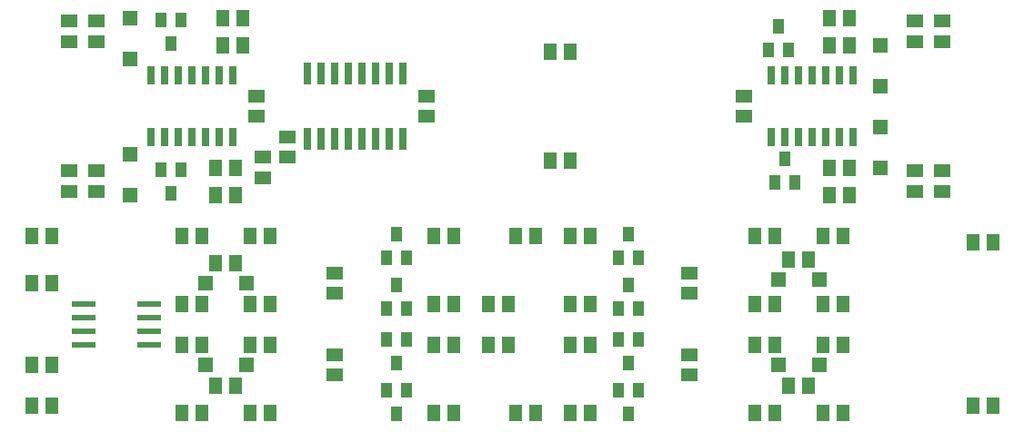
<source format=gtp>
G75*
%MOIN*%
%OFA0B0*%
%FSLAX25Y25*%
%IPPOS*%
%LPD*%
%AMOC8*
5,1,8,0,0,1.08239X$1,22.5*
%
%ADD10R,0.05118X0.05906*%
%ADD11R,0.02600X0.08000*%
%ADD12R,0.05906X0.05118*%
%ADD13R,0.03937X0.05512*%
%ADD14R,0.05512X0.05512*%
%ADD15R,0.02600X0.06500*%
%ADD16R,0.08661X0.02362*%
D10*
X0078060Y0083933D03*
X0085540Y0083933D03*
X0090560Y0093933D03*
X0098040Y0093933D03*
X0103060Y0083933D03*
X0110540Y0083933D03*
X0110540Y0108933D03*
X0103060Y0108933D03*
X0085540Y0108933D03*
X0078060Y0108933D03*
X0078060Y0123933D03*
X0085540Y0123933D03*
X0103060Y0123933D03*
X0110540Y0123933D03*
X0098040Y0138933D03*
X0090560Y0138933D03*
X0085540Y0148933D03*
X0078060Y0148933D03*
X0090560Y0163933D03*
X0098040Y0163933D03*
X0098040Y0173933D03*
X0090560Y0173933D03*
X0103060Y0148933D03*
X0110540Y0148933D03*
X0170560Y0148933D03*
X0178040Y0148933D03*
X0200560Y0148933D03*
X0208040Y0148933D03*
X0220560Y0148933D03*
X0228040Y0148933D03*
X0228040Y0123933D03*
X0220560Y0123933D03*
X0220560Y0108933D03*
X0228040Y0108933D03*
X0198040Y0108933D03*
X0190560Y0108933D03*
X0178040Y0108933D03*
X0170560Y0108933D03*
X0170560Y0123933D03*
X0178040Y0123933D03*
X0190560Y0123933D03*
X0198040Y0123933D03*
X0200560Y0083933D03*
X0208040Y0083933D03*
X0220560Y0083933D03*
X0228040Y0083933D03*
X0178040Y0083933D03*
X0170560Y0083933D03*
X0288060Y0083933D03*
X0295540Y0083933D03*
X0300560Y0093933D03*
X0308040Y0093933D03*
X0313060Y0083933D03*
X0320540Y0083933D03*
X0320540Y0108933D03*
X0313060Y0108933D03*
X0295540Y0108933D03*
X0288060Y0108933D03*
X0288060Y0123933D03*
X0295540Y0123933D03*
X0313060Y0123933D03*
X0320540Y0123933D03*
X0308040Y0140183D03*
X0300560Y0140183D03*
X0295540Y0148933D03*
X0288060Y0148933D03*
X0313060Y0148933D03*
X0320540Y0148933D03*
X0323040Y0163933D03*
X0315560Y0163933D03*
X0315560Y0173933D03*
X0323040Y0173933D03*
X0368060Y0146433D03*
X0375540Y0146433D03*
X0375540Y0086433D03*
X0368060Y0086433D03*
X0220540Y0176433D03*
X0213060Y0176433D03*
X0213060Y0216433D03*
X0220540Y0216433D03*
X0315560Y0218933D03*
X0323040Y0218933D03*
X0323040Y0228933D03*
X0315560Y0228933D03*
X0100540Y0228933D03*
X0093060Y0228933D03*
X0093060Y0218933D03*
X0100540Y0218933D03*
X0030540Y0148933D03*
X0023060Y0148933D03*
X0023060Y0131433D03*
X0030540Y0131433D03*
X0030540Y0101433D03*
X0023060Y0101433D03*
X0023060Y0086433D03*
X0030540Y0086433D03*
D11*
X0124300Y0184333D03*
X0129300Y0184333D03*
X0134300Y0184333D03*
X0139300Y0184333D03*
X0144300Y0184333D03*
X0149300Y0184333D03*
X0154300Y0184333D03*
X0159300Y0184333D03*
X0159300Y0208533D03*
X0154300Y0208533D03*
X0149300Y0208533D03*
X0144300Y0208533D03*
X0139300Y0208533D03*
X0134300Y0208533D03*
X0129300Y0208533D03*
X0124300Y0208533D03*
D12*
X0105550Y0200173D03*
X0105550Y0192693D03*
X0116800Y0185173D03*
X0116800Y0177693D03*
X0108050Y0177673D03*
X0108050Y0170193D03*
X0134300Y0135173D03*
X0134300Y0127693D03*
X0134300Y0105173D03*
X0134300Y0097693D03*
X0046800Y0165193D03*
X0036800Y0165193D03*
X0036800Y0172673D03*
X0046800Y0172673D03*
X0046800Y0220193D03*
X0036800Y0220193D03*
X0036800Y0227673D03*
X0046800Y0227673D03*
X0168050Y0200173D03*
X0168050Y0192693D03*
X0264300Y0135173D03*
X0264300Y0127693D03*
X0264300Y0105173D03*
X0264300Y0097693D03*
X0346800Y0165193D03*
X0356800Y0165193D03*
X0356800Y0172673D03*
X0346800Y0172673D03*
X0284300Y0192693D03*
X0284300Y0200173D03*
X0346800Y0220193D03*
X0356800Y0220193D03*
X0356800Y0227673D03*
X0346800Y0227673D03*
D13*
X0300540Y0217102D03*
X0293060Y0217102D03*
X0296800Y0225764D03*
X0299300Y0177014D03*
X0295560Y0168352D03*
X0303040Y0168352D03*
X0245540Y0140852D03*
X0238060Y0140852D03*
X0241800Y0149514D03*
X0241800Y0130764D03*
X0238060Y0122102D03*
X0245540Y0122102D03*
X0245540Y0110764D03*
X0238060Y0110764D03*
X0241800Y0102102D03*
X0238060Y0092014D03*
X0245540Y0092014D03*
X0241800Y0083352D03*
X0160540Y0092014D03*
X0153060Y0092014D03*
X0156800Y0083352D03*
X0156800Y0102102D03*
X0153060Y0110764D03*
X0160540Y0110764D03*
X0160540Y0122102D03*
X0153060Y0122102D03*
X0156800Y0130764D03*
X0153060Y0140852D03*
X0160540Y0140852D03*
X0156800Y0149514D03*
X0078040Y0173264D03*
X0070560Y0173264D03*
X0074300Y0164602D03*
X0074300Y0219602D03*
X0070560Y0228264D03*
X0078040Y0228264D03*
D14*
X0059300Y0228913D03*
X0059300Y0213953D03*
X0059300Y0178913D03*
X0059300Y0163953D03*
X0086820Y0131433D03*
X0101780Y0131433D03*
X0101780Y0101433D03*
X0086820Y0101433D03*
X0296820Y0101433D03*
X0311780Y0101433D03*
X0311780Y0132683D03*
X0296820Y0132683D03*
X0334300Y0173953D03*
X0334300Y0188913D03*
X0334300Y0203953D03*
X0334300Y0218913D03*
D15*
X0324300Y0207683D03*
X0319300Y0207683D03*
X0314300Y0207683D03*
X0309300Y0207683D03*
X0304300Y0207683D03*
X0299300Y0207683D03*
X0294300Y0207683D03*
X0294300Y0185183D03*
X0299300Y0185183D03*
X0304300Y0185183D03*
X0309300Y0185183D03*
X0314300Y0185183D03*
X0319300Y0185183D03*
X0324300Y0185183D03*
X0096800Y0185183D03*
X0091800Y0185183D03*
X0086800Y0185183D03*
X0081800Y0185183D03*
X0076800Y0185183D03*
X0071800Y0185183D03*
X0066800Y0185183D03*
X0066800Y0207683D03*
X0071800Y0207683D03*
X0076800Y0207683D03*
X0081800Y0207683D03*
X0086800Y0207683D03*
X0091800Y0207683D03*
X0096800Y0207683D03*
D16*
X0066300Y0123933D03*
X0066300Y0118933D03*
X0066300Y0113933D03*
X0066300Y0108933D03*
X0042300Y0108933D03*
X0042300Y0113933D03*
X0042300Y0118933D03*
X0042300Y0123933D03*
M02*

</source>
